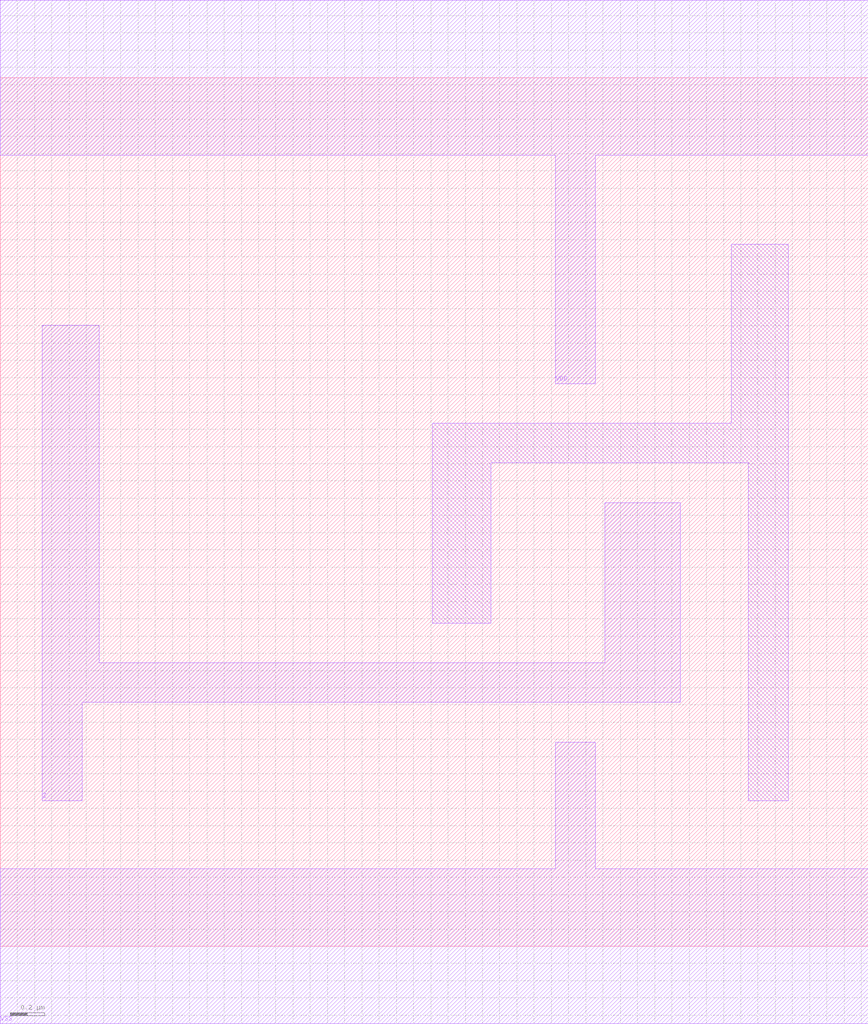
<source format=lef>
# Copyright 2022 GlobalFoundries PDK Authors
#
# Licensed under the Apache License, Version 2.0 (the "License");
# you may not use this file except in compliance with the License.
# You may obtain a copy of the License at
#
#      http://www.apache.org/licenses/LICENSE-2.0
#
# Unless required by applicable law or agreed to in writing, software
# distributed under the License is distributed on an "AS IS" BASIS,
# WITHOUT WARRANTIES OR CONDITIONS OF ANY KIND, either express or implied.
# See the License for the specific language governing permissions and
# limitations under the License.

MACRO gf180mcu_fd_sc_mcu9t5v0__hold
  CLASS core ;
  FOREIGN gf180mcu_fd_sc_mcu9t5v0__hold 0.0 0.0 ;
  ORIGIN 0 0 ;
  SYMMETRY X Y ;
  SITE GF018hv5v_green_sc9 ;
  SIZE 5.04 BY 5.04 ;
  PIN Z
    DIRECTION INOUT ;
    ANTENNADIFFAREA 0.4896 ;
    ANTENNAGATEAREA 1.707 ;
    PORT
      LAYER METAL1 ;
        POLYGON 0.245 0.845 0.475 0.845 0.475 1.415 3.95 1.415 3.95 2.575 3.51 2.575 3.51 1.645 0.575 1.645 0.575 3.605 0.245 3.605  ;
    END
  END Z
  PIN VDD
    DIRECTION INOUT ;
    USE power ;
    SHAPE ABUTMENT ;
    PORT
      LAYER METAL1 ;
        POLYGON 0 4.59 3.225 4.59 3.225 3.265 3.455 3.265 3.455 4.59 4.575 4.59 5.04 4.59 5.04 5.49 4.575 5.49 0 5.49  ;
    END
  END VDD
  PIN VSS
    DIRECTION INOUT ;
    USE ground ;
    SHAPE ABUTMENT ;
    PORT
      LAYER METAL1 ;
        POLYGON 0 -0.45 5.04 -0.45 5.04 0.45 3.455 0.45 3.455 1.185 3.225 1.185 3.225 0.45 0 0.45  ;
    END
  END VSS
  OBS
      LAYER METAL1 ;
        POLYGON 2.51 1.875 2.85 1.875 2.85 2.805 4.345 2.805 4.345 0.845 4.575 0.845 4.575 4.075 4.245 4.075 4.245 3.035 2.51 3.035  ;
  END
END gf180mcu_fd_sc_mcu9t5v0__hold

</source>
